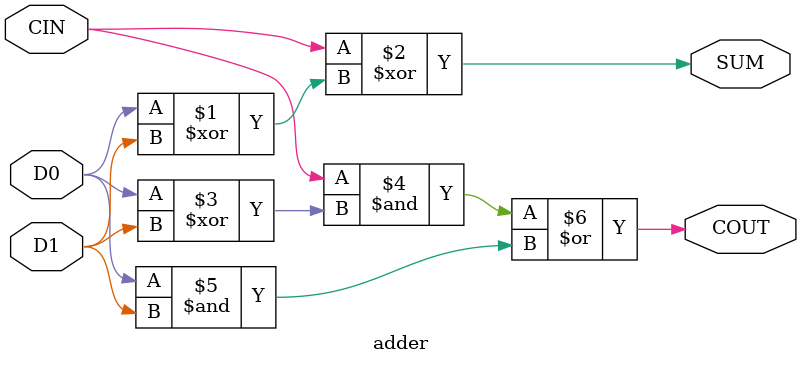
<source format=v>

module fourBitAdder(SW, LEDR);
	input [8:0] SW;
	output [4:0] LEDR;
	wire C0, C1, C2;

	adder U1(SW[0],SW[4],SW[8],LEDR[0],C0);
	adder U2(SW[1],SW[5],C0,LEDR[1],C1);
	adder U3(SW[2],SW[6],C1,LEDR[2],C2);
	adder U4(SW[3],SW[7],C2,LEDR[3],LEDR[4]);
endmodule


module adder(D0, D1, CIN, SUM, COUT);
	input D0, D1, CIN;
	output SUM, COUT;
	
	assign SUM = (CIN)^((D0)^(D1));
	assign COUT = ((CIN)&((D0)^(D1)))|((D0)&(D1));
endmodule

</source>
